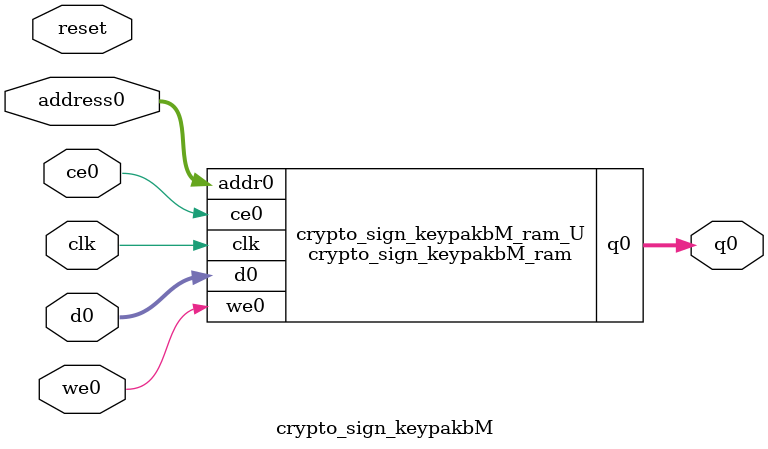
<source format=v>
`timescale 1 ns / 1 ps
module crypto_sign_keypakbM_ram (addr0, ce0, d0, we0, q0,  clk);

parameter DWIDTH = 8;
parameter AWIDTH = 5;
parameter MEM_SIZE = 32;

input[AWIDTH-1:0] addr0;
input ce0;
input[DWIDTH-1:0] d0;
input we0;
output reg[DWIDTH-1:0] q0;
input clk;

(* ram_style = "distributed" *)reg [DWIDTH-1:0] ram[0:MEM_SIZE-1];




always @(posedge clk)  
begin 
    if (ce0) begin
        if (we0) 
            ram[addr0] <= d0; 
        q0 <= ram[addr0];
    end
end


endmodule

`timescale 1 ns / 1 ps
module crypto_sign_keypakbM(
    reset,
    clk,
    address0,
    ce0,
    we0,
    d0,
    q0);

parameter DataWidth = 32'd8;
parameter AddressRange = 32'd32;
parameter AddressWidth = 32'd5;
input reset;
input clk;
input[AddressWidth - 1:0] address0;
input ce0;
input we0;
input[DataWidth - 1:0] d0;
output[DataWidth - 1:0] q0;



crypto_sign_keypakbM_ram crypto_sign_keypakbM_ram_U(
    .clk( clk ),
    .addr0( address0 ),
    .ce0( ce0 ),
    .we0( we0 ),
    .d0( d0 ),
    .q0( q0 ));

endmodule


</source>
